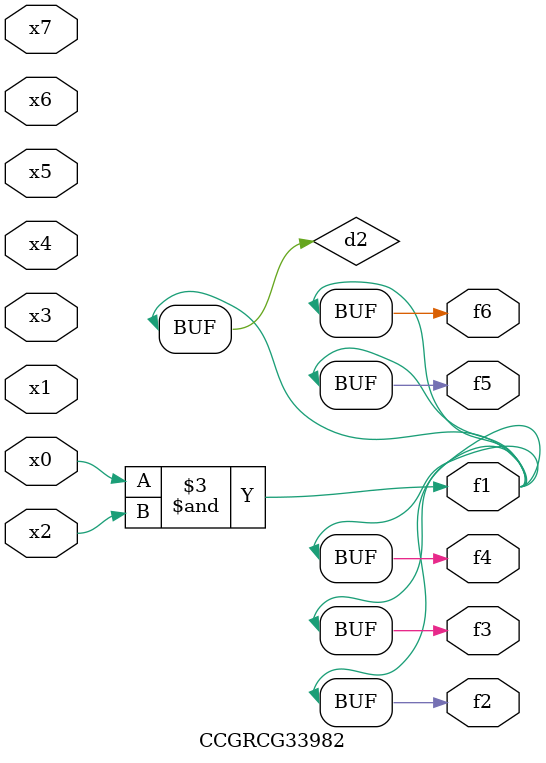
<source format=v>
module CCGRCG33982(
	input x0, x1, x2, x3, x4, x5, x6, x7,
	output f1, f2, f3, f4, f5, f6
);

	wire d1, d2;

	nor (d1, x3, x6);
	and (d2, x0, x2);
	assign f1 = d2;
	assign f2 = d2;
	assign f3 = d2;
	assign f4 = d2;
	assign f5 = d2;
	assign f6 = d2;
endmodule

</source>
